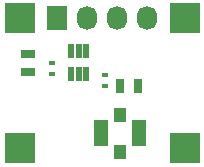
<source format=gts>
%FSLAX34Y34*%
G04 Gerber Fmt 3.4, Leading zero omitted, Abs format*
G04 (created by PCBNEW (2014-03-19 BZR 4756)-product) date Tue 27 May 2014 12:44:42 BST*
%MOIN*%
G01*
G70*
G90*
G04 APERTURE LIST*
%ADD10C,0.005906*%
%ADD11R,0.045000X0.025000*%
%ADD12R,0.023600X0.015700*%
%ADD13R,0.068000X0.080000*%
%ADD14O,0.068000X0.080000*%
%ADD15R,0.025000X0.045000*%
%ADD16R,0.019685X0.047244*%
%ADD17R,0.047244X0.086614*%
%ADD18R,0.039370X0.047244*%
%ADD19R,0.098425X0.098425*%
G04 APERTURE END LIST*
G54D10*
G54D11*
X54625Y-41933D03*
X54625Y-41333D03*
G54D12*
X55413Y-42007D03*
X55413Y-41653D03*
X57185Y-42047D03*
X57185Y-42401D03*
G54D13*
X55586Y-40157D03*
G54D14*
X56586Y-40157D03*
X57586Y-40157D03*
X58586Y-40157D03*
G54D15*
X57672Y-42421D03*
X58272Y-42421D03*
G54D10*
G36*
X56200Y-41003D02*
X56397Y-41003D01*
X56397Y-41476D01*
X56200Y-41476D01*
X56200Y-41003D01*
X56200Y-41003D01*
G37*
G36*
X56200Y-41791D02*
X56397Y-41791D01*
X56397Y-42263D01*
X56200Y-42263D01*
X56200Y-41791D01*
X56200Y-41791D01*
G37*
G36*
X56456Y-41003D02*
X56653Y-41003D01*
X56653Y-41476D01*
X56456Y-41476D01*
X56456Y-41003D01*
X56456Y-41003D01*
G37*
G54D16*
X56555Y-42027D03*
X56043Y-41240D03*
X56043Y-42027D03*
G54D17*
X57047Y-43996D03*
G54D18*
X57677Y-44625D03*
X57677Y-43366D03*
G54D17*
X58307Y-43996D03*
G54D19*
X54330Y-44488D03*
X59842Y-44488D03*
X59842Y-40157D03*
X54330Y-40157D03*
M02*

</source>
